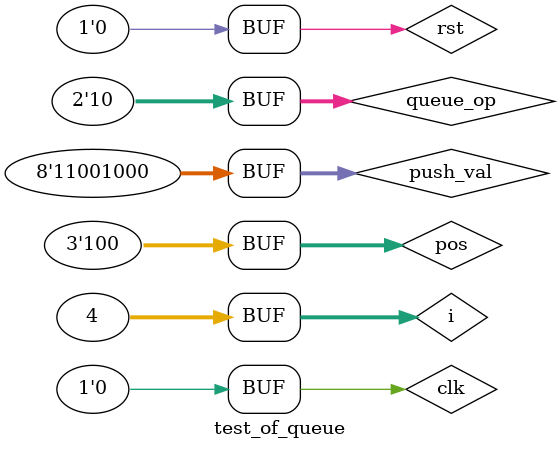
<source format=v>
module test_of_queue;  // убраны пустые скобки

    reg [7:0] push_val;
    wire [15:0] get_val;
    reg [2:0] pos;
    reg [1:0] queue_op;  // изменено на reg для тестбенча
    reg clk;
    reg rst;

    queue test_q(.rst(rst),
                .clk(clk),
                .back(push_val),
                .pos_back(pos),
                .opcode(queue_op),
                .top_conc(get_val));

    integer i;

    initial begin
        $dumpfile("dump_summators.vcd");
        $dumpvars(2, test_of_queue);  // исправлено имя модуля
        push_val = 8'b1;
        pos = 0;
        clk = 0;
        rst = 0;
        queue_op = 0;  // инициализация добавлена

        for (i = 0; i < 4; i = i + 1) begin
            #1 
            clk = 1;
            #1
            clk = 0;
            push_val = push_val + 1;
            pos = pos + 1;
            
        end

        #1
        queue_op = 2'b11;
        clk = 1;
        #1
        clk = 0;
        queue_op = 2'b10;
        push_val = 200;
        #1
        clk = 1;
        #1
        clk = 0;
        

    end

    /*always begin
        #1 clk = !clk;
        if (clk) begin
            if (pos < 4) begin
            pos = pos + 1;
            end 
            push_val = push_val + 1;  // исправлено на push_val
        end
        
    end  // убрана точка с запятой*/

endmodule
</source>
